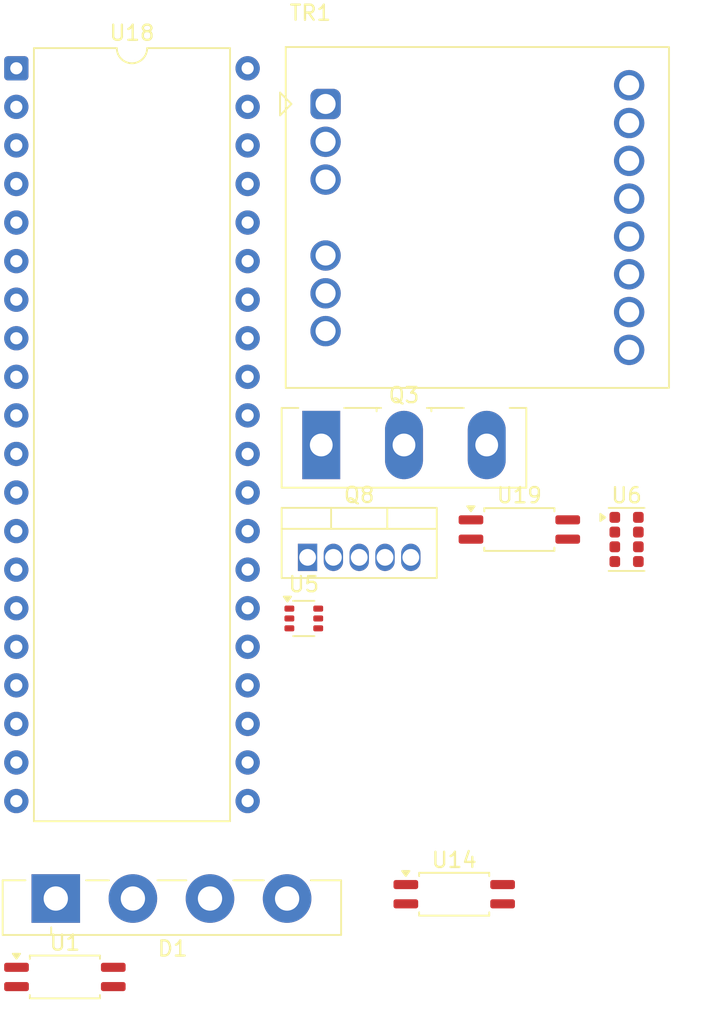
<source format=kicad_pcb>
(kicad_pcb (version 20241229) (generator "pcbnew") (generator_version "9.0")
  (layers (0 "F.Cu" signal) (2 "B.Cu" signal) (13 "F.Paste" user) (15 "B.Paste" user) (5 "F.SilkS" user "F.Silkscreen") (7 "B.SilkS" user "B.Silkscreen") (1 "F.Mask" user) (3 "B.Mask" user) (25 "Edge.Cuts" user))
  (net 0 "")
  (net 3 "AC")
  (net 4 "Net-(D1-+)")
  (net 7 "Net-(Q7-S)")
  (net 8 "Net-(D5-A)")
  (net 9 "Net-(Q8-GND)")
  (net 11 "Net-(Q8-OUT)")
  (net 12 "Net-(TR1-Pad10)")
  (net 14 "Net-(U18-INT)")
  (net 15 "Net-(U18-SYNC)")
  (net 16 "Net-(U18--5V)")
  (net 17 "Net-(TR1-Pad13)")
  (net 19 "Net-(U18-GND)")
  (net 22 "Net-(U2-FBC)")
  (net 23 "Net-(U2-GND)")
  (net 25 "Net-(U4-CS)")
  (net 26 "Net-(U17-CH1)")
  (net 27 "Net-(U5-GND)")
  (net 28 "Net-(U17-CH0)")
  (net 30 "Net-(U17-CH2)")
  (net 38 "Net-(U16-FB)")
  (net 39 "Net-(U15-OUT)")
  (net 40 "Net-(U16-AGND)")
  (net 62 "Net-(U18-A10)")
  (net 69 "Net-(U18-A11)")
  (net 79 "Net-(U7-LVSNS1)")
  (net 80 "Net-(U20-SW)")
  (footprint "Package_DIP:DIP-40_W15.24mm" (layer "F.Cu") (at 124.4625 58.47)
    (property "Reference" "U18" (at 7.62 -2.33 0) (layer "F.SilkS"))
    (property "Value" "8080")
    (fp_line (start 1.16 -1.33) (end 1.16 49.59) (stroke (width 0.12)) (layer "F.SilkS"))
    (fp_line (start 1.16 49.59) (end 14.08 49.59) (stroke (width 0.12)) (layer "F.SilkS"))
    (fp_line (start 6.62 -1.33) (end 1.16 -1.33) (stroke (width 0.12)) (layer "F.SilkS"))
    (fp_line (start 14.08 -1.33) (end 8.62 -1.33) (stroke (width 0.12)) (layer "F.SilkS"))
    (fp_line (start 14.08 49.59) (end 14.08 -1.33) (stroke (width 0.12)) (layer "F.SilkS"))
    (fp_arc (start 8.62 -1.33) (mid 7.62 -0.33) (end 6.62 -1.33) (stroke (width 0.12)) (layer "F.SilkS"))
    (pad "1" thru_hole roundrect (at 0 0) (size 1.6 1.6) (drill 0.8) (layers "*.Cu" "*.Mask") (roundrect_rratio 0.15625) (net 62 "Net-(U18-A10)"))
    (pad "2" thru_hole circle (at 0 2.54) (size 1.6 1.6) (drill 0.8) (layers "*.Cu" "*.Mask") (net 19 "Net-(U18-GND)"))
    (pad "3" thru_hole circle (at 0 5.08) (size 1.6 1.6) (drill 0.8) (layers "*.Cu" "*.Mask"))
    (pad "4" thru_hole circle (at 0 7.62) (size 1.6 1.6) (drill 0.8) (layers "*.Cu" "*.Mask"))
    (pad "5" thru_hole circle (at 0 10.16) (size 1.6 1.6) (drill 0.8) (layers "*.Cu" "*.Mask"))
    (pad "6" thru_hole circle (at 0 12.7) (size 1.6 1.6) (drill 0.8) (layers "*.Cu" "*.Mask"))
    (pad "7" thru_hole circle (at 0 15.24) (size 1.6 1.6) (drill 0.8) (layers "*.Cu" "*.Mask"))
    (pad "8" thru_hole circle (at 0 17.78) (size 1.6 1.6) (drill 0.8) (layers "*.Cu" "*.Mask"))
    (pad "9" thru_hole circle (at 0 20.32) (size 1.6 1.6) (drill 0.8) (layers "*.Cu" "*.Mask"))
    (pad "10" thru_hole circle (at 0 22.86) (size 1.6 1.6) (drill 0.8) (layers "*.Cu" "*.Mask"))
    (pad "11" thru_hole circle (at 0 25.4) (size 1.6 1.6) (drill 0.8) (layers "*.Cu" "*.Mask") (net 16 "Net-(U18--5V)"))
    (pad "12" thru_hole circle (at 0 27.94) (size 1.6 1.6) (drill 0.8) (layers "*.Cu" "*.Mask"))
    (pad "13" thru_hole circle (at 0 30.48) (size 1.6 1.6) (drill 0.8) (layers "*.Cu" "*.Mask"))
    (pad "14" thru_hole circle (at 0 33.02) (size 1.6 1.6) (drill 0.8) (layers "*.Cu" "*.Mask") (net 14 "Net-(U18-INT)"))
    (pad "15" thru_hole circle (at 0 35.56) (size 1.6 1.6) (drill 0.8) (layers "*.Cu" "*.Mask"))
    (pad "16" thru_hole circle (at 0 38.1) (size 1.6 1.6) (drill 0.8) (layers "*.Cu" "*.Mask"))
    (pad "17" thru_hole circle (at 0 40.64) (size 1.6 1.6) (drill 0.8) (layers "*.Cu" "*.Mask"))
    (pad "18" thru_hole circle (at 0 43.18) (size 1.6 1.6) (drill 0.8) (layers "*.Cu" "*.Mask"))
    (pad "19" thru_hole circle (at 0 45.72) (size 1.6 1.6) (drill 0.8) (layers "*.Cu" "*.Mask") (net 15 "Net-(U18-SYNC)"))
    (pad "20" thru_hole circle (at 0 48.26) (size 1.6 1.6) (drill 0.8) (layers "*.Cu" "*.Mask"))
    (pad "21" thru_hole circle (at 15.24 48.26) (size 1.6 1.6) (drill 0.8) (layers "*.Cu" "*.Mask"))
    (pad "22" thru_hole circle (at 15.24 45.72) (size 1.6 1.6) (drill 0.8) (layers "*.Cu" "*.Mask"))
    (pad "23" thru_hole circle (at 15.24 43.18) (size 1.6 1.6) (drill 0.8) (layers "*.Cu" "*.Mask"))
    (pad "24" thru_hole circle (at 15.24 40.64) (size 1.6 1.6) (drill 0.8) (layers "*.Cu" "*.Mask"))
    (pad "25" thru_hole circle (at 15.24 38.1) (size 1.6 1.6) (drill 0.8) (layers "*.Cu" "*.Mask"))
    (pad "26" thru_hole circle (at 15.24 35.56) (size 1.6 1.6) (drill 0.8) (layers "*.Cu" "*.Mask"))
    (pad "27" thru_hole circle (at 15.24 33.02) (size 1.6 1.6) (drill 0.8) (layers "*.Cu" "*.Mask"))
    (pad "28" thru_hole circle (at 15.24 30.48) (size 1.6 1.6) (drill 0.8) (layers "*.Cu" "*.Mask"))
    (pad "29" thru_hole circle (at 15.24 27.94) (size 1.6 1.6) (drill 0.8) (layers "*.Cu" "*.Mask"))
    (pad "30" thru_hole circle (at 15.24 25.4) (size 1.6 1.6) (drill 0.8) (layers "*.Cu" "*.Mask"))
    (pad "31" thru_hole circle (at 15.24 22.86) (size 1.6 1.6) (drill 0.8) (layers "*.Cu" "*.Mask"))
    (pad "32" thru_hole circle (at 15.24 20.32) (size 1.6 1.6) (drill 0.8) (layers "*.Cu" "*.Mask"))
    (pad "33" thru_hole circle (at 15.24 17.78) (size 1.6 1.6) (drill 0.8) (layers "*.Cu" "*.Mask"))
    (pad "34" thru_hole circle (at 15.24 15.24) (size 1.6 1.6) (drill 0.8) (layers "*.Cu" "*.Mask"))
    (pad "35" thru_hole circle (at 15.24 12.7) (size 1.6 1.6) (drill 0.8) (layers "*.Cu" "*.Mask"))
    (pad "36" thru_hole circle (at 15.24 10.16) (size 1.6 1.6) (drill 0.8) (layers "*.Cu" "*.Mask"))
    (pad "37" thru_hole circle (at 15.24 7.62) (size 1.6 1.6) (drill 0.8) (layers "*.Cu" "*.Mask"))
    (pad "38" thru_hole circle (at 15.24 5.08) (size 1.6 1.6) (drill 0.8) (layers "*.Cu" "*.Mask"))
    (pad "39" thru_hole circle (at 15.24 2.54) (size 1.6 1.6) (drill 0.8) (layers "*.Cu" "*.Mask"))
    (pad "40" thru_hole circle (at 15.24 0) (size 1.6 1.6) (drill 0.8) (layers "*.Cu" "*.Mask") (net 69 "Net-(U18-A11)"))
  )
  (footprint "Package_TO_SOT_SMD:SOT-363_SC-70-6" (layer "F.Cu") (at 143.4025 94.705)
    (property "Reference" "U5" (at 0 -2.25 0) (layer "F.SilkS"))
    (property "Value" "NCS210")
    (fp_line (start -0.71 -1.16) (end 0.7 -1.16) (stroke (width 0.12)) (layer "F.SilkS"))
    (fp_line (start -0.7 1.16) (end 0.7 1.16) (stroke (width 0.12)) (layer "F.SilkS"))
    (fp_poly (pts (xy -1.08 -1.11) (xy -1.32 -1.44) (xy -0.84 -1.44) (xy -1.08 -1.11)) (stroke (width 0.12)) (fill yes) (layer "F.SilkS"))
    (pad "1" smd roundrect (at -0.95 -0.65) (size 0.65 0.4) (layers "F.Cu" "F.Mask" "F.Paste") (net 30 "Net-(U17-CH2)"))
    (pad "2" smd roundrect (at -0.95 0) (size 0.65 0.4) (layers "F.Cu" "F.Mask" "F.Paste") (net 27 "Net-(U5-GND)"))
    (pad "3" smd roundrect (at -0.95 0.65) (size 0.65 0.4) (layers "F.Cu" "F.Mask" "F.Paste") (net 28 "Net-(U17-CH0)"))
    (pad "4" smd roundrect (at 0.95 0.65) (size 0.65 0.4) (layers "F.Cu" "F.Mask" "F.Paste") (net 25 "Net-(U4-CS)"))
    (pad "5" smd roundrect (at 0.95 0) (size 0.65 0.4) (layers "F.Cu" "F.Mask" "F.Paste"))
    (pad "6" smd roundrect (at 0.95 -0.65) (size 0.65 0.4) (layers "F.Cu" "F.Mask" "F.Paste") (net 26 "Net-(U17-CH1)"))
  )
  (footprint "Package_SO:SOP-4_4.4x2.6mm_P1.27mm" (layer "F.Cu") (at 127.6625 118.315)
    (property "Reference" "U1" (at 0 -2.25 0) (layer "F.SilkS"))
    (property "Value" "FODM217C")
    (fp_line (start -2.31 -1.41) (end 2.31 -1.41) (stroke (width 0.12)) (layer "F.SilkS"))
    (fp_line (start -2.31 -1.195) (end -2.31 -1.41) (stroke (width 0.12)) (layer "F.SilkS"))
    (fp_line (start -2.31 1.41) (end -2.31 1.195) (stroke (width 0.12)) (layer "F.SilkS"))
    (fp_line (start 2.31 -1.41) (end 2.31 -1.195) (stroke (width 0.12)) (layer "F.SilkS"))
    (fp_line (start 2.31 1.195) (end 2.31 1.41) (stroke (width 0.12)) (layer "F.SilkS"))
    (fp_line (start 2.31 1.41) (end -2.31 1.41) (stroke (width 0.12)) (layer "F.SilkS"))
    (fp_poly (pts (xy -3.19 -1.2) (xy -3.43 -1.53) (xy -2.95 -1.53)) (stroke (width 0.12)) (fill yes) (layer "F.SilkS"))
    (pad "1" smd roundrect (at -3.1875 -0.635) (size 1.625 0.6) (layers "F.Cu" "F.Mask" "F.Paste") (net 4 "Net-(D1-+)"))
    (pad "2" smd roundrect (at -3.1875 0.635) (size 1.625 0.6) (layers "F.Cu" "F.Mask" "F.Paste"))
    (pad "3" smd roundrect (at 3.1875 0.635) (size 1.625 0.6) (layers "F.Cu" "F.Mask" "F.Paste") (net 22 "Net-(U2-FBC)"))
    (pad "4" smd roundrect (at 3.1875 -0.635) (size 1.625 0.6) (layers "F.Cu" "F.Mask" "F.Paste") (net 23 "Net-(U2-GND)"))
  )
  (footprint "Diode_THT:Diode_Bridge_Vishay_GBU" (layer "F.Cu") (at 127.0625 113.15)
    (property "Reference" "D1" (at 7.7 3.3 180) (layer "F.SilkS"))
    (property "Value" "GBU4M")
    (fp_line (start -3.5 -1.2) (end -2 -1.2) (stroke (width 0.12)) (layer "F.SilkS"))
    (fp_line (start -3.5 2.4) (end -3.5 -1.2) (stroke (width 0.12)) (layer "F.SilkS"))
    (fp_line (start -0.3 2.4) (end -0.3 1.9) (stroke (width 0.12)) (layer "F.SilkS"))
    (fp_line (start 2 -1.2) (end 3.5 -1.2) (stroke (width 0.12)) (layer "F.SilkS"))
    (fp_line (start 6.7 -1.2) (end 8.6 -1.2) (stroke (width 0.12)) (layer "F.SilkS"))
    (fp_line (start 11.7 -1.2) (end 13.7 -1.2) (stroke (width 0.12)) (layer "F.SilkS"))
    (fp_line (start 16.8 -1.2) (end 18.8 -1.2) (stroke (width 0.12)) (layer "F.SilkS"))
    (fp_line (start 18.8 -1.2) (end 18.8 2.4) (stroke (width 0.12)) (layer "F.SilkS"))
    (fp_line (start 18.8 2.4) (end -3.5 2.4) (stroke (width 0.12)) (layer "F.SilkS"))
    (pad "1" thru_hole rect (at 0 0) (size 3.2 3.2) (drill 1.6) (layers "*.Cu" "*.Mask") (net 4 "Net-(D1-+)"))
    (pad "2" thru_hole circle (at 5.08 0) (size 3.2 3.2) (drill 1.6) (layers "*.Cu" "*.Mask"))
    (pad "3" thru_hole circle (at 10.16 0) (size 3.2 3.2) (drill 1.6) (layers "*.Cu" "*.Mask"))
    (pad "4" thru_hole circle (at 15.24 0) (size 3.2 3.2) (drill 1.6) (layers "*.Cu" "*.Mask") (net 3 "AC"))
  )
  (footprint "Package_TO_SOT_THT:TO-247-3_Vertical" (layer "F.Cu") (at 144.5525 83.28)
    (property "Reference" "Q3" (at 5.45 -3.28 0) (layer "F.SilkS"))
    (property "Value" "C2M0025120D")
    (fp_line (start -2.61 -2.44) (end -1.51 -2.44) (stroke (width 0.12)) (layer "F.SilkS"))
    (fp_line (start -2.61 2.81) (end -2.61 -2.44) (stroke (width 0.12)) (layer "F.SilkS"))
    (fp_line (start 1.51 -2.44) (end 3.94 -2.44) (stroke (width 0.12)) (layer "F.SilkS"))
    (fp_line (start 3.645 -2.44) (end 3.645 -2.22) (stroke (width 0.12)) (layer "F.SilkS"))
    (fp_line (start 6.96 -2.44) (end 9.39 -2.44) (stroke (width 0.12)) (layer "F.SilkS"))
    (fp_line (start 7.255 -2.44) (end 7.255 -2.22) (stroke (width 0.12)) (layer "F.SilkS"))
    (fp_line (start 12.41 -2.44) (end 13.51 -2.44) (stroke (width 0.12)) (layer "F.SilkS"))
    (fp_line (start 13.51 -2.44) (end 13.51 2.81) (stroke (width 0.12)) (layer "F.SilkS"))
    (fp_line (start 13.51 2.81) (end -2.61 2.81) (stroke (width 0.12)) (layer "F.SilkS"))
    (pad "1" thru_hole rect (at 0 0) (size 2.5 4.5) (drill 1.5) (layers "*.Cu" "*.Mask"))
    (pad "2" thru_hole oval (at 5.45 0) (size 2.5 4.5) (drill 1.5) (layers "*.Cu" "*.Mask") (net 3 "AC"))
    (pad "3" thru_hole oval (at 10.9 0) (size 2.5 4.5) (drill 1.5) (layers "*.Cu" "*.Mask"))
  )
  (footprint "Transformer_THT:Transformer_Wuerth_760871131" (layer "F.Cu") (at 144.8375 60.82)
    (property "Reference" "TR1" (at -1 -6 0) (layer "F.SilkS"))
    (property "Value" "Wuerth_760871131")
    (fp_line (start -3 -0.75) (end -3 0.75) (stroke (width 0.12)) (layer "F.SilkS"))
    (fp_line (start -3 -0.75) (end -2.25 0) (stroke (width 0.12)) (layer "F.SilkS"))
    (fp_line (start -3 0.75) (end -2.25 0) (stroke (width 0.12)) (layer "F.SilkS"))
    (fp_rect (start -2.625 -3.75) (end 22.625 18.7) (stroke (width 0.12)) (fill no) (layer "F.SilkS"))
    (pad "1" thru_hole roundrect (at 0 0) (size 2 2) (drill 1.32) (layers "*.Cu" "*.Mask") (net 14 "Net-(U18-INT)"))
    (pad "2" thru_hole circle (at 0 2.49) (size 2 2) (drill 1.32) (layers "*.Cu" "*.Mask"))
    (pad "3" thru_hole circle (at 0 4.98) (size 2 2) (drill 1.32) (layers "*.Cu" "*.Mask") (net 19 "Net-(U18-GND)"))
    (pad "4" thru_hole circle (at 0 9.98) (size 2 2) (drill 1.32) (layers "*.Cu" "*.Mask"))
    (pad "5" thru_hole circle (at 0 12.47) (size 2 2) (drill 1.32) (layers "*.Cu" "*.Mask"))
    (pad "6" thru_hole circle (at 0 14.96) (size 2 2) (drill 1.32) (layers "*.Cu" "*.Mask"))
    (pad "7" thru_hole circle (at 20 16.195) (size 2 2) (drill 1.32) (layers "*.Cu" "*.Mask") (net 16 "Net-(U18--5V)"))
    (pad "8" thru_hole circle (at 20 13.705) (size 2 2) (drill 1.32) (layers "*.Cu" "*.Mask") (net 16 "Net-(U18--5V)"))
    (pad "9" thru_hole circle (at 20 11.215) (size 2 2) (drill 1.32) (layers "*.Cu" "*.Mask") (net 12 "Net-(TR1-Pad10)"))
    (pad "10" thru_hole circle (at 20 8.725) (size 2 2) (drill 1.32) (layers "*.Cu" "*.Mask") (net 12 "Net-(TR1-Pad10)"))
    (pad "11" thru_hole circle (at 20 6.235) (size 2 2) (drill 1.32) (layers "*.Cu" "*.Mask") (net 15 "Net-(U18-SYNC)"))
    (pad "12" thru_hole circle (at 20 3.745) (size 2 2) (drill 1.32) (layers "*.Cu" "*.Mask") (net 15 "Net-(U18-SYNC)"))
    (pad "13" thru_hole circle (at 20 1.255) (size 2 2) (drill 1.32) (layers "*.Cu" "*.Mask") (net 17 "Net-(TR1-Pad13)"))
    (pad "14" thru_hole circle (at 20 -1.235) (size 2 2) (drill 1.32) (layers "*.Cu" "*.Mask") (net 17 "Net-(TR1-Pad13)"))
  )
  (footprint "Package_TO_SOT_THT:TO-220-5_Vertical" (layer "F.Cu") (at 143.6525 90.68)
    (property "Reference" "Q8" (at 3.4 -4.1 0) (layer "F.SilkS"))
    (property "Value" "IPS6011PBF")
    (fp_line (start -1.71 -3.26) (end 8.51 -3.26) (stroke (width 0.12)) (layer "F.SilkS"))
    (fp_line (start -1.71 -1.88) (end 8.51 -1.88) (stroke (width 0.12)) (layer "F.SilkS"))
    (fp_line (start -1.71 1.36) (end -1.71 -3.26) (stroke (width 0.12)) (layer "F.SilkS"))
    (fp_line (start 1.55 -3.26) (end 1.55 -1.88) (stroke (width 0.12)) (layer "F.SilkS"))
    (fp_line (start 5.25 -3.26) (end 5.25 -1.88) (stroke (width 0.12)) (layer "F.SilkS"))
    (fp_line (start 8.51 -3.26) (end 8.51 1.36) (stroke (width 0.12)) (layer "F.SilkS"))
    (fp_line (start 8.51 1.36) (end -1.71 1.36) (stroke (width 0.12)) (layer "F.SilkS"))
    (pad "1" thru_hole rect (at 0 0) (size 1.275 1.8) (drill 1.1) (layers "*.Cu" "*.Mask") (net 9 "Net-(Q8-GND)"))
    (pad "2" thru_hole oval (at 1.7 0) (size 1.275 1.8) (drill 1.1) (layers "*.Cu" "*.Mask") (net 7 "Net-(Q7-S)"))
    (pad "3" thru_hole oval (at 3.4 0) (size 1.275 1.8) (drill 1.1) (layers "*.Cu" "*.Mask") (net 8 "Net-(D5-A)"))
    (pad "4" thru_hole oval (at 5.1 0) (size 1.275 1.8) (drill 1.1) (layers "*.Cu" "*.Mask"))
    (pad "5" thru_hole oval (at 6.8 0) (size 1.275 1.8) (drill 1.1) (layers "*.Cu" "*.Mask") (net 11 "Net-(Q8-OUT)"))
  )
  (footprint "Package_SO:SOP-4_4.4x2.6mm_P1.27mm" (layer "F.Cu") (at 153.3125 112.865)
    (property "Reference" "U14" (at 0 -2.25 0) (layer "F.SilkS"))
    (property "Value" "FODM217D")
    (fp_line (start -2.31 -1.41) (end 2.31 -1.41) (stroke (width 0.12)) (layer "F.SilkS"))
    (fp_line (start -2.31 -1.195) (end -2.31 -1.41) (stroke (width 0.12)) (layer "F.SilkS"))
    (fp_line (start -2.31 1.41) (end -2.31 1.195) (stroke (width 0.12)) (layer "F.SilkS"))
    (fp_line (start 2.31 -1.41) (end 2.31 -1.195) (stroke (width 0.12)) (layer "F.SilkS"))
    (fp_line (start 2.31 1.195) (end 2.31 1.41) (stroke (width 0.12)) (layer "F.SilkS"))
    (fp_line (start 2.31 1.41) (end -2.31 1.41) (stroke (width 0.12)) (layer "F.SilkS"))
    (fp_poly (pts (xy -3.19 -1.2) (xy -3.43 -1.53) (xy -2.95 -1.53)) (stroke (width 0.12)) (fill yes) (layer "F.SilkS"))
    (pad "1" smd roundrect (at -3.1875 -0.635) (size 1.625 0.6) (layers "F.Cu" "F.Mask" "F.Paste") (net 39 "Net-(U15-OUT)"))
    (pad "2" smd roundrect (at -3.1875 0.635) (size 1.625 0.6) (layers "F.Cu" "F.Mask" "F.Paste"))
    (pad "3" smd roundrect (at 3.1875 0.635) (size 1.625 0.6) (layers "F.Cu" "F.Mask" "F.Paste") (net 40 "Net-(U16-AGND)"))
    (pad "4" smd roundrect (at 3.1875 -0.635) (size 1.625 0.6) (layers "F.Cu" "F.Mask" "F.Paste") (net 38 "Net-(U16-FB)"))
  )
  (footprint "Package_SO:SOP-4_4.4x2.6mm_P1.27mm" (layer "F.Cu") (at 157.6025 88.845)
    (property "Reference" "U19" (at 0 -2.25 0) (layer "F.SilkS"))
    (property "Value" "FODM217C")
    (fp_line (start -2.31 -1.41) (end 2.31 -1.41) (stroke (width 0.12)) (layer "F.SilkS"))
    (fp_line (start -2.31 -1.195) (end -2.31 -1.41) (stroke (width 0.12)) (layer "F.SilkS"))
    (fp_line (start -2.31 1.41) (end -2.31 1.195) (stroke (width 0.12)) (layer "F.SilkS"))
    (fp_line (start 2.31 -1.41) (end 2.31 -1.195) (stroke (width 0.12)) (layer "F.SilkS"))
    (fp_line (start 2.31 1.195) (end 2.31 1.41) (stroke (width 0.12)) (layer "F.SilkS"))
    (fp_line (start 2.31 1.41) (end -2.31 1.41) (stroke (width 0.12)) (layer "F.SilkS"))
    (fp_poly (pts (xy -3.19 -1.2) (xy -3.43 -1.53) (xy -2.95 -1.53)) (stroke (width 0.12)) (fill yes) (layer "F.SilkS"))
    (pad "1" smd roundrect (at -3.1875 -0.635) (size 1.625 0.6) (layers "F.Cu" "F.Mask" "F.Paste") (net 79 "Net-(U7-LVSNS1)"))
    (pad "2" smd roundrect (at -3.1875 0.635) (size 1.625 0.6) (layers "F.Cu" "F.Mask" "F.Paste"))
    (pad "3" smd roundrect (at 3.1875 0.635) (size 1.625 0.6) (layers "F.Cu" "F.Mask" "F.Paste"))
    (pad "4" smd roundrect (at 3.1875 -0.635) (size 1.625 0.6) (layers "F.Cu" "F.Mask" "F.Paste") (net 80 "Net-(U20-SW)"))
  )
  (footprint "Sensor:Rohm_RPR-0521RS" (layer "F.Cu") (at 164.6675 89.5)
    (property "Reference" "U6" (at 0 -2.9 0) (layer "F.SilkS"))
    (property "Value" "RPR-0521RS")
    (fp_line (start -1.18 -2.075) (end 1.18 -2.075) (stroke (width 0.12)) (layer "F.SilkS"))
    (fp_line (start -1.18 2.075) (end 1.18 2.075) (stroke (width 0.12)) (layer "F.SilkS"))
    (fp_poly (pts (xy -1.4 -1.45) (xy -1.73 -1.21) (xy -1.73 -1.69) (xy -1.4 -1.45)) (stroke (width 0.12)) (fill yes) (layer "F.SilkS"))
    (pad "1" smd roundrect (at -0.775 -1.455 270) (size 0.72 0.7) (layers "F.Cu" "F.Mask" "F.Paste"))
    (pad "2" smd roundrect (at -0.775 -0.485 270) (size 0.72 0.7) (layers "F.Cu" "F.Mask" "F.Paste") (net 27 "Net-(U5-GND)"))
    (pad "3" smd roundrect (at -0.775 0.485 270) (size 0.72 0.7) (layers "F.Cu" "F.Mask" "F.Paste"))
    (pad "4" smd roundrect (at -0.775 1.455 270) (size 0.72 0.7) (layers "F.Cu" "F.Mask" "F.Paste"))
    (pad "5" smd roundrect (at 0.775 1.455 270) (size 0.72 0.7) (layers "F.Cu" "F.Mask" "F.Paste"))
    (pad "6" smd roundrect (at 0.775 0.485 270) (size 0.72 0.7) (layers "F.Cu" "F.Mask" "F.Paste"))
    (pad "7" smd roundrect (at 0.775 -0.485 270) (size 0.72 0.7) (layers "F.Cu" "F.Mask" "F.Paste"))
    (pad "8" smd roundrect (at 0.775 -1.455 270) (size 0.72 0.7) (layers "F.Cu" "F.Mask" "F.Paste"))
  )
)
</source>
